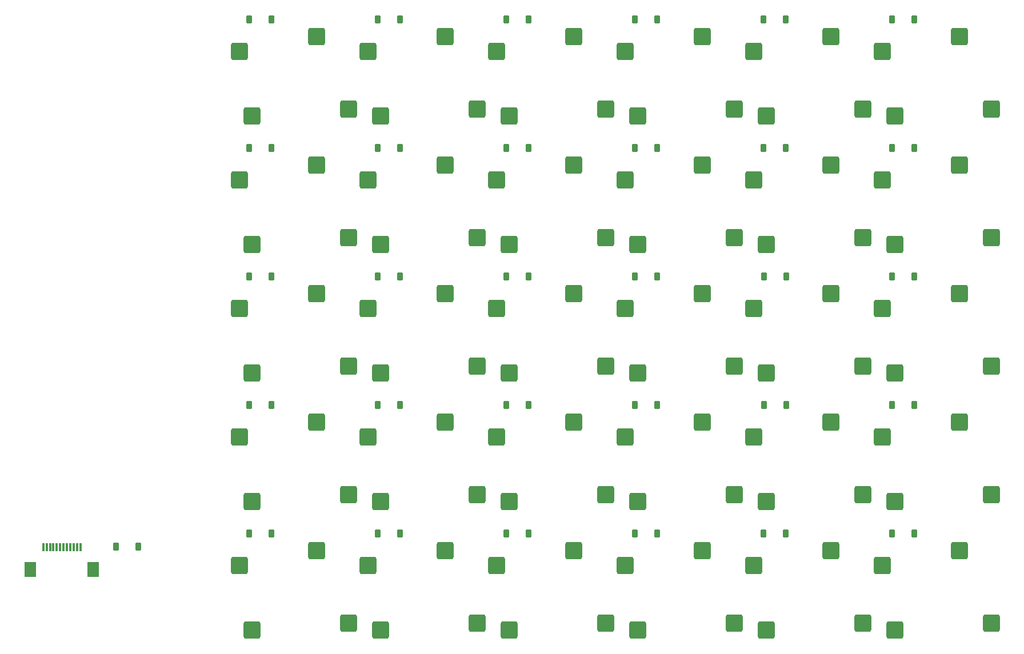
<source format=gbr>
%TF.GenerationSoftware,KiCad,Pcbnew,7.0.5*%
%TF.CreationDate,2024-09-25T00:12:03+08:00*%
%TF.ProjectId,TPS,5450532e-6b69-4636-9164-5f7063625858,rev?*%
%TF.SameCoordinates,Original*%
%TF.FileFunction,Paste,Top*%
%TF.FilePolarity,Positive*%
%FSLAX46Y46*%
G04 Gerber Fmt 4.6, Leading zero omitted, Abs format (unit mm)*
G04 Created by KiCad (PCBNEW 7.0.5) date 2024-09-25 00:12:03*
%MOMM*%
%LPD*%
G01*
G04 APERTURE LIST*
G04 Aperture macros list*
%AMRoundRect*
0 Rectangle with rounded corners*
0 $1 Rounding radius*
0 $2 $3 $4 $5 $6 $7 $8 $9 X,Y pos of 4 corners*
0 Add a 4 corners polygon primitive as box body*
4,1,4,$2,$3,$4,$5,$6,$7,$8,$9,$2,$3,0*
0 Add four circle primitives for the rounded corners*
1,1,$1+$1,$2,$3*
1,1,$1+$1,$4,$5*
1,1,$1+$1,$6,$7*
1,1,$1+$1,$8,$9*
0 Add four rect primitives between the rounded corners*
20,1,$1+$1,$2,$3,$4,$5,0*
20,1,$1+$1,$4,$5,$6,$7,0*
20,1,$1+$1,$6,$7,$8,$9,0*
20,1,$1+$1,$8,$9,$2,$3,0*%
G04 Aperture macros list end*
%ADD10RoundRect,0.225000X0.225000X0.375000X-0.225000X0.375000X-0.225000X-0.375000X0.225000X-0.375000X0*%
%ADD11RoundRect,0.250000X-1.000000X-1.000000X1.000000X-1.000000X1.000000X1.000000X-1.000000X1.000000X0*%
%ADD12R,1.800000X2.200000*%
%ADD13R,0.300000X1.300000*%
G04 APERTURE END LIST*
D10*
%TO.C,D16*%
X151400000Y-30000000D03*
X148100000Y-30000000D03*
%TD*%
%TO.C,D24*%
X170580000Y-87150000D03*
X167280000Y-87150000D03*
%TD*%
D11*
%TO.C,SW19*%
X158100000Y-89675000D03*
X162840000Y-100375000D03*
X146700000Y-91875000D03*
X148525000Y-101425000D03*
%TD*%
D10*
%TO.C,D20*%
X151400000Y-106200000D03*
X148100000Y-106200000D03*
%TD*%
%TO.C,D1*%
X94250000Y-30000000D03*
X90950000Y-30000000D03*
%TD*%
%TO.C,D22*%
X170450000Y-49050000D03*
X167150000Y-49050000D03*
%TD*%
D11*
%TO.C,SW3*%
X100950000Y-70625000D03*
X105690000Y-81325000D03*
X89550000Y-72825000D03*
X91375000Y-82375000D03*
%TD*%
%TO.C,SW4*%
X100950000Y-89675000D03*
X105690000Y-100375000D03*
X89550000Y-91875000D03*
X91375000Y-101425000D03*
%TD*%
D10*
%TO.C,D27*%
X189500000Y-49050000D03*
X186200000Y-49050000D03*
%TD*%
D11*
%TO.C,SW1*%
X100950000Y-32525000D03*
X105690000Y-43225000D03*
X89550000Y-34725000D03*
X91375000Y-44275000D03*
%TD*%
D10*
%TO.C,D7*%
X113300000Y-49050000D03*
X110000000Y-49050000D03*
%TD*%
D11*
%TO.C,SW8*%
X120000000Y-70625000D03*
X124740000Y-81325000D03*
X108600000Y-72825000D03*
X110425000Y-82375000D03*
%TD*%
%TO.C,SW5*%
X100950000Y-108725000D03*
X105690000Y-119425000D03*
X89550000Y-110925000D03*
X91375000Y-120475000D03*
%TD*%
%TO.C,SW11*%
X139050000Y-32525000D03*
X143790000Y-43225000D03*
X127650000Y-34725000D03*
X129475000Y-44275000D03*
%TD*%
D10*
%TO.C,D2*%
X94250000Y-49050000D03*
X90950000Y-49050000D03*
%TD*%
%TO.C,D30*%
X189500000Y-106200000D03*
X186200000Y-106200000D03*
%TD*%
D11*
%TO.C,SW30*%
X196200000Y-108725000D03*
X200940000Y-119425000D03*
X184800000Y-110925000D03*
X186625000Y-120475000D03*
%TD*%
D10*
%TO.C,D8*%
X113300000Y-68100000D03*
X110000000Y-68100000D03*
%TD*%
D11*
%TO.C,SW21*%
X177150000Y-32525000D03*
X181890000Y-43225000D03*
X165750000Y-34725000D03*
X167575000Y-44275000D03*
%TD*%
%TO.C,SW27*%
X196200000Y-51575000D03*
X200940000Y-62275000D03*
X184800000Y-53775000D03*
X186625000Y-63325000D03*
%TD*%
%TO.C,SW10*%
X120000000Y-108725000D03*
X124740000Y-119425000D03*
X108600000Y-110925000D03*
X110425000Y-120475000D03*
%TD*%
%TO.C,SW26*%
X196200000Y-32525000D03*
X200940000Y-43225000D03*
X184800000Y-34725000D03*
X186625000Y-44275000D03*
%TD*%
D10*
%TO.C,D23*%
X170580000Y-68100000D03*
X167280000Y-68100000D03*
%TD*%
D11*
%TO.C,SW28*%
X196200000Y-70625000D03*
X200940000Y-81325000D03*
X184800000Y-72825000D03*
X186625000Y-82375000D03*
%TD*%
D10*
%TO.C,D14*%
X132350000Y-87150000D03*
X129050000Y-87150000D03*
%TD*%
%TO.C,D31*%
X74571000Y-108125000D03*
X71271000Y-108125000D03*
%TD*%
D11*
%TO.C,SW22*%
X177150000Y-51575000D03*
X181890000Y-62275000D03*
X165750000Y-53775000D03*
X167575000Y-63325000D03*
%TD*%
D10*
%TO.C,D4*%
X94250000Y-87150000D03*
X90950000Y-87150000D03*
%TD*%
%TO.C,D17*%
X151400000Y-49050000D03*
X148100000Y-49050000D03*
%TD*%
%TO.C,D13*%
X132350000Y-68100000D03*
X129050000Y-68100000D03*
%TD*%
%TO.C,D12*%
X132350000Y-49050000D03*
X129050000Y-49050000D03*
%TD*%
D11*
%TO.C,SW16*%
X158100000Y-32525000D03*
X162840000Y-43225000D03*
X146700000Y-34725000D03*
X148525000Y-44275000D03*
%TD*%
%TO.C,SW15*%
X139050000Y-108725000D03*
X143790000Y-119425000D03*
X127650000Y-110925000D03*
X129475000Y-120475000D03*
%TD*%
%TO.C,SW14*%
X139050000Y-89675000D03*
X143790000Y-100375000D03*
X127650000Y-91875000D03*
X129475000Y-101425000D03*
%TD*%
D10*
%TO.C,D19*%
X151400000Y-87150000D03*
X148100000Y-87150000D03*
%TD*%
%TO.C,D21*%
X170450000Y-30000000D03*
X167150000Y-30000000D03*
%TD*%
D11*
%TO.C,SW20*%
X158100000Y-108725000D03*
X162840000Y-119425000D03*
X146700000Y-110925000D03*
X148525000Y-120475000D03*
%TD*%
%TO.C,SW17*%
X158100000Y-51575000D03*
X162840000Y-62275000D03*
X146700000Y-53775000D03*
X148525000Y-63325000D03*
%TD*%
D10*
%TO.C,D3*%
X94250000Y-68100000D03*
X90950000Y-68100000D03*
%TD*%
D11*
%TO.C,SW6*%
X120000000Y-32525000D03*
X124740000Y-43225000D03*
X108600000Y-34725000D03*
X110425000Y-44275000D03*
%TD*%
%TO.C,SW13*%
X139050000Y-70625000D03*
X143790000Y-81325000D03*
X127650000Y-72825000D03*
X129475000Y-82375000D03*
%TD*%
D10*
%TO.C,D18*%
X151400000Y-68100000D03*
X148100000Y-68100000D03*
%TD*%
D11*
%TO.C,SW24*%
X177150000Y-89675000D03*
X181890000Y-100375000D03*
X165750000Y-91875000D03*
X167575000Y-101425000D03*
%TD*%
%TO.C,SW18*%
X158100000Y-70625000D03*
X162840000Y-81325000D03*
X146700000Y-72825000D03*
X148525000Y-82375000D03*
%TD*%
D10*
%TO.C,D9*%
X113300000Y-87150000D03*
X110000000Y-87150000D03*
%TD*%
D11*
%TO.C,SW12*%
X139050000Y-51575000D03*
X143790000Y-62275000D03*
X127650000Y-53775000D03*
X129475000Y-63325000D03*
%TD*%
D10*
%TO.C,D10*%
X113300000Y-106200000D03*
X110000000Y-106200000D03*
%TD*%
%TO.C,D11*%
X132350000Y-30000000D03*
X129050000Y-30000000D03*
%TD*%
%TO.C,D29*%
X189500000Y-87150000D03*
X186200000Y-87150000D03*
%TD*%
D11*
%TO.C,SW7*%
X120000000Y-51575000D03*
X124740000Y-62275000D03*
X108600000Y-53775000D03*
X110425000Y-63325000D03*
%TD*%
D12*
%TO.C,J2*%
X58571000Y-111493000D03*
X67871000Y-111493000D03*
D13*
X60471000Y-108243000D03*
X60971000Y-108243000D03*
X61471000Y-108243000D03*
X61971000Y-108243000D03*
X62471000Y-108243000D03*
X62971000Y-108243000D03*
X63471000Y-108243000D03*
X63971000Y-108243000D03*
X64471000Y-108243000D03*
X64971000Y-108243000D03*
X65471000Y-108243000D03*
X65971000Y-108243000D03*
%TD*%
D10*
%TO.C,D5*%
X94250000Y-106200000D03*
X90950000Y-106200000D03*
%TD*%
%TO.C,D26*%
X189500000Y-30000000D03*
X186200000Y-30000000D03*
%TD*%
D11*
%TO.C,SW25*%
X177150000Y-108725000D03*
X181890000Y-119425000D03*
X165750000Y-110925000D03*
X167575000Y-120475000D03*
%TD*%
D10*
%TO.C,D6*%
X113300000Y-30000000D03*
X110000000Y-30000000D03*
%TD*%
D11*
%TO.C,SW2*%
X100950000Y-51575000D03*
X105690000Y-62275000D03*
X89550000Y-53775000D03*
X91375000Y-63325000D03*
%TD*%
D10*
%TO.C,D28*%
X189500000Y-68100000D03*
X186200000Y-68100000D03*
%TD*%
D11*
%TO.C,SW29*%
X196200000Y-89675000D03*
X200940000Y-100375000D03*
X184800000Y-91875000D03*
X186625000Y-101425000D03*
%TD*%
%TO.C,SW9*%
X120000000Y-89675000D03*
X124740000Y-100375000D03*
X108600000Y-91875000D03*
X110425000Y-101425000D03*
%TD*%
D10*
%TO.C,D15*%
X132350000Y-106200000D03*
X129050000Y-106200000D03*
%TD*%
%TO.C,D25*%
X170450000Y-106200000D03*
X167150000Y-106200000D03*
%TD*%
D11*
%TO.C,SW23*%
X177150000Y-70625000D03*
X181890000Y-81325000D03*
X165750000Y-72825000D03*
X167575000Y-82375000D03*
%TD*%
M02*

</source>
